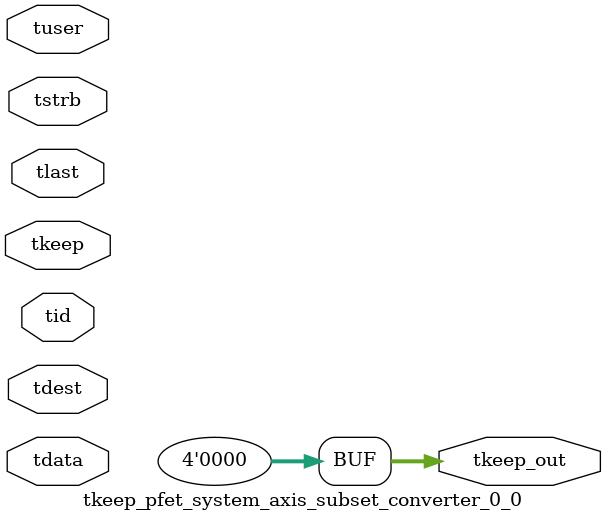
<source format=v>


`timescale 1ps/1ps

module tkeep_pfet_system_axis_subset_converter_0_0 #
(
parameter C_S_AXIS_TDATA_WIDTH = 32,
parameter C_S_AXIS_TUSER_WIDTH = 0,
parameter C_S_AXIS_TID_WIDTH   = 0,
parameter C_S_AXIS_TDEST_WIDTH = 0,
parameter C_M_AXIS_TDATA_WIDTH = 32
)
(
input  [(C_S_AXIS_TDATA_WIDTH == 0 ? 1 : C_S_AXIS_TDATA_WIDTH)-1:0     ] tdata,
input  [(C_S_AXIS_TUSER_WIDTH == 0 ? 1 : C_S_AXIS_TUSER_WIDTH)-1:0     ] tuser,
input  [(C_S_AXIS_TID_WIDTH   == 0 ? 1 : C_S_AXIS_TID_WIDTH)-1:0       ] tid,
input  [(C_S_AXIS_TDEST_WIDTH == 0 ? 1 : C_S_AXIS_TDEST_WIDTH)-1:0     ] tdest,
input  [(C_S_AXIS_TDATA_WIDTH/8)-1:0 ] tkeep,
input  [(C_S_AXIS_TDATA_WIDTH/8)-1:0 ] tstrb,
input                                                                    tlast,
output [(C_M_AXIS_TDATA_WIDTH/8)-1:0 ] tkeep_out
);

assign tkeep_out = {1'b0};

endmodule


</source>
